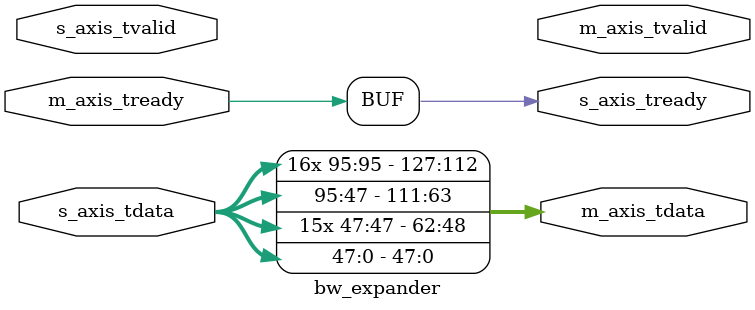
<source format=v>
`timescale 1ns/100ps

module bw_expander (
    input  wire [ 95:0] s_axis_tdata,
    input  wire         s_axis_tvalid,
    output wire         s_axis_tready,

    output wire [127:0] m_axis_tdata,
    output wire         m_axis_tvalid,
    input  wire         m_axis_tready
);

    assign m_axis_tdata = {{16{s_axis_tdata[95]}}, s_axis_tdata[95:48], {16{s_axis_tdata[47]}}, s_axis_tdata[47:0]};
    assign s_axis_tready = m_axis_tready;
    assign m_axis_tvalid = m_axis_tvalid;

endmodule
</source>
